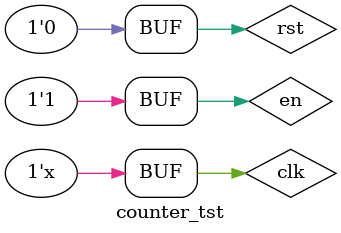
<source format=v>
`timescale 1ns / 1ps


module counter_tst;

	// Inputs
	reg clk;
	reg en;
	reg rst;

	// Outputs
	wire [31:0] counter;

	// Instantiate the Unit Under Test (UUT)
	clk_counter uut (
		.clk(clk), 
		.en(en), 
		.rst(rst), 
		.count(counter)
	);

	initial begin
		// Initialize Inputs
		clk = 0;
		en = 0;
		rst = 1;

		// Wait 100 ns for global reset to finish
		#100;
      rst = 0;
		// Add stimulus here
		#15 en = 1;
	end
   always #5 clk = ~clk;
endmodule


</source>
